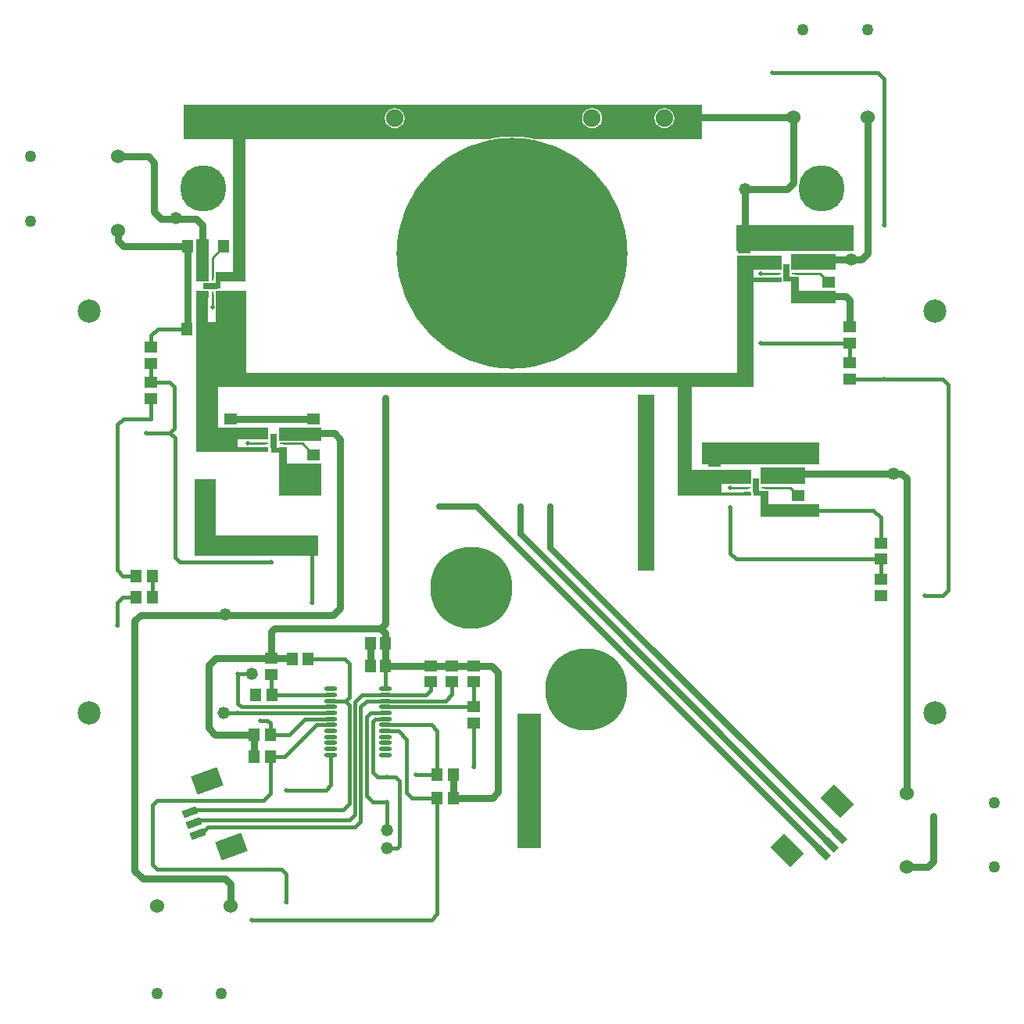
<source format=gtl>
G04*
G04 #@! TF.GenerationSoftware,Altium Limited,Altium Designer,18.1.9 (240)*
G04*
G04 Layer_Physical_Order=1*
G04 Layer_Color=255*
%FSLAX25Y25*%
%MOIN*%
G70*
G01*
G75*
%ADD17O,0.05512X0.01772*%
%ADD18R,0.04528X0.05315*%
%ADD19R,0.05315X0.04528*%
%ADD20R,0.05118X0.05512*%
%ADD21R,0.05512X0.05118*%
%ADD22C,0.05200*%
%ADD23R,0.00984X0.03150*%
%ADD24R,0.06299X0.02717*%
%ADD25R,0.02717X0.06299*%
%ADD26R,0.03150X0.00984*%
G04:AMPARAMS|DCode=27|XSize=82.68mil|YSize=118.11mil|CornerRadius=0mil|HoleSize=0mil|Usage=FLASHONLY|Rotation=110.000|XOffset=0mil|YOffset=0mil|HoleType=Round|Shape=Rectangle|*
%AMROTATEDRECTD27*
4,1,4,0.06963,-0.01865,-0.04135,-0.05904,-0.06963,0.01865,0.04135,0.05904,0.06963,-0.01865,0.0*
%
%ADD27ROTATEDRECTD27*%

G04:AMPARAMS|DCode=28|XSize=31.5mil|YSize=62.99mil|CornerRadius=0mil|HoleSize=0mil|Usage=FLASHONLY|Rotation=110.000|XOffset=0mil|YOffset=0mil|HoleType=Round|Shape=Rectangle|*
%AMROTATEDRECTD28*
4,1,4,0.03498,-0.00403,-0.02421,-0.02557,-0.03498,0.00403,0.02421,0.02557,0.03498,-0.00403,0.0*
%
%ADD28ROTATEDRECTD28*%

G04:AMPARAMS|DCode=29|XSize=82.68mil|YSize=118.11mil|CornerRadius=0mil|HoleSize=0mil|Usage=FLASHONLY|Rotation=225.000|XOffset=0mil|YOffset=0mil|HoleType=Round|Shape=Rectangle|*
%AMROTATEDRECTD29*
4,1,4,-0.01253,0.07099,0.07099,-0.01253,0.01253,-0.07099,-0.07099,0.01253,-0.01253,0.07099,0.0*
%
%ADD29ROTATEDRECTD29*%

G04:AMPARAMS|DCode=30|XSize=31.5mil|YSize=62.99mil|CornerRadius=0mil|HoleSize=0mil|Usage=FLASHONLY|Rotation=225.000|XOffset=0mil|YOffset=0mil|HoleType=Round|Shape=Rectangle|*
%AMROTATEDRECTD30*
4,1,4,-0.01114,0.03341,0.03341,-0.01114,0.01114,-0.03341,-0.03341,0.01114,-0.01114,0.03341,0.0*
%
%ADD30ROTATEDRECTD30*%

%ADD36C,0.06000*%
%ADD52C,0.03000*%
%ADD53C,0.01500*%
%ADD54C,0.02500*%
%ADD55C,0.00900*%
%ADD56C,0.35000*%
%ADD57C,0.19685*%
%ADD58C,0.98425*%
%ADD59C,0.05000*%
%ADD60C,0.09843*%
%ADD61C,0.07500*%
%ADD62C,0.02000*%
G36*
X242500Y374437D02*
X170769D01*
X170058Y374594D01*
X165754Y375161D01*
X161417Y375350D01*
X157080Y375161D01*
X152777Y374594D01*
X152066Y374437D01*
X47835D01*
X47835Y313705D01*
X37063D01*
Y310500D01*
X35063D01*
Y313705D01*
Y317705D01*
X42335D01*
X42335Y374437D01*
X21473D01*
Y388937D01*
X242500D01*
Y374437D01*
D02*
G37*
G36*
X306865Y326500D02*
X257063D01*
Y337500D01*
X306865D01*
Y326500D01*
D02*
G37*
G36*
X299335Y318461D02*
X280334D01*
X280335Y325205D01*
X299335D01*
X299335Y318461D01*
D02*
G37*
G36*
X276335Y324705D02*
X276335Y318461D01*
X267403D01*
X267335Y318474D01*
X267266Y318461D01*
X264473Y318461D01*
Y315205D01*
X276335Y315205D01*
Y313205D01*
X264473D01*
Y268500D01*
X237972D01*
Y233205D01*
X263335D01*
Y227205D01*
X254482Y227205D01*
X254335Y227234D01*
X254187Y227205D01*
X231973Y227205D01*
X250835Y227205D01*
X250834Y223768D01*
X263334Y223768D01*
X263335Y222205D01*
X231973Y222205D01*
Y223768D01*
X231973D01*
X231973Y227205D01*
X231973D01*
Y233205D01*
Y268500D01*
X35989D01*
X36021Y251187D01*
X57472Y251187D01*
X57472Y246437D01*
X26835Y246437D01*
X44473D01*
Y242937D01*
X57472D01*
Y240937D01*
X26835D01*
Y242937D01*
Y243098D01*
Y246437D01*
X26834Y250784D01*
D01*
Y251048D01*
Y251187D01*
D01*
X26835Y268937D01*
Y309705D01*
X31835D01*
Y296205D01*
X35063Y296205D01*
Y302636D01*
X35076Y302705D01*
X35063Y302773D01*
Y309705D01*
X47973D01*
Y274500D01*
X257338D01*
X257334Y313205D01*
X257335Y318461D01*
X257334D01*
X257335Y324705D01*
X276335Y324705D01*
D02*
G37*
G36*
X32110Y313705D02*
X26835D01*
Y331705D01*
X32110D01*
Y313705D01*
D02*
G37*
G36*
X283835Y309705D02*
X299335Y309705D01*
Y304205D01*
X280334Y304205D01*
Y309512D01*
X280334D01*
X280334Y313504D01*
X277130D01*
Y315504D01*
X280334D01*
Y315512D01*
X283835Y315512D01*
X283835Y309705D01*
D02*
G37*
G36*
X80063Y245772D02*
X62063D01*
Y251187D01*
X80063D01*
Y245772D01*
D02*
G37*
G36*
X292500Y235500D02*
X242500D01*
Y245000D01*
X292500D01*
Y235500D01*
D02*
G37*
G36*
X286334Y227205D02*
X267335D01*
X267335Y234205D01*
X286335D01*
X286334Y227205D01*
D02*
G37*
G36*
X65473Y235937D02*
X79972D01*
X79972Y222437D01*
X61972D01*
X61972Y240504D01*
X58563D01*
Y242504D01*
X61972D01*
Y242937D01*
X65473D01*
Y235937D01*
D02*
G37*
G36*
X270835Y218705D02*
X270834Y218705D01*
X292500Y218705D01*
Y213205D01*
X267335Y213205D01*
Y218705D01*
Y222205D01*
X264425D01*
Y224205D01*
X270835D01*
Y218705D01*
D02*
G37*
G36*
X35063Y205272D02*
X78563Y205272D01*
X78563Y196772D01*
X35063Y196772D01*
X26063D01*
X26063Y229272D01*
X35063D01*
X35063Y205272D01*
D02*
G37*
G36*
X222063Y265272D02*
X222063Y190272D01*
X215063Y190272D01*
X215063Y265272D01*
X222063Y265272D01*
D02*
G37*
G36*
X173563Y71875D02*
X163563D01*
Y129272D01*
X173563D01*
Y71875D01*
D02*
G37*
%LPC*%
G36*
X226335Y387491D02*
X225225Y387345D01*
X224191Y386917D01*
X223303Y386236D01*
X222622Y385348D01*
X222194Y384314D01*
X222048Y383205D01*
X222194Y382095D01*
X222622Y381061D01*
X223303Y380174D01*
X224191Y379492D01*
X225225Y379064D01*
X226335Y378918D01*
X227444Y379064D01*
X228478Y379492D01*
X229366Y380174D01*
X230047Y381061D01*
X230475Y382095D01*
X230621Y383205D01*
X230475Y384314D01*
X230047Y385348D01*
X229366Y386236D01*
X228478Y386917D01*
X227444Y387345D01*
X226335Y387491D01*
D02*
G37*
G36*
X195473D02*
X194363Y387345D01*
X193329Y386917D01*
X192441Y386236D01*
X191760Y385348D01*
X191332Y384314D01*
X191186Y383205D01*
X191332Y382095D01*
X191760Y381061D01*
X192441Y380174D01*
X193329Y379492D01*
X194363Y379064D01*
X195473Y378918D01*
X196582Y379064D01*
X197616Y379492D01*
X198504Y380174D01*
X199185Y381061D01*
X199613Y382095D01*
X199759Y383205D01*
X199613Y384314D01*
X199185Y385348D01*
X198504Y386236D01*
X197616Y386917D01*
X196582Y387345D01*
X195473Y387491D01*
D02*
G37*
G36*
X111335D02*
X110225Y387345D01*
X109191Y386917D01*
X108303Y386236D01*
X107622Y385348D01*
X107194Y384314D01*
X107048Y383205D01*
X107194Y382095D01*
X107622Y381061D01*
X108303Y380174D01*
X109191Y379492D01*
X110225Y379064D01*
X111335Y378918D01*
X112444Y379064D01*
X113478Y379492D01*
X114366Y380174D01*
X115047Y381061D01*
X115475Y382095D01*
X115621Y383205D01*
X115475Y384314D01*
X115047Y385348D01*
X114366Y386236D01*
X113478Y386917D01*
X112444Y387345D01*
X111335Y387491D01*
D02*
G37*
G36*
X260307Y322748D02*
X259936Y322674D01*
X259622Y322464D01*
X259412Y322150D01*
X259338Y321779D01*
Y319705D01*
X261276Y319705D01*
Y321779D01*
X261202Y322150D01*
X260992Y322464D01*
X260678Y322674D01*
X260307Y322748D01*
D02*
G37*
%LPD*%
D17*
X107337Y111679D02*
D03*
Y114238D02*
D03*
Y116797D02*
D03*
Y119356D02*
D03*
Y121915D02*
D03*
Y124475D02*
D03*
Y127034D02*
D03*
Y129593D02*
D03*
Y132152D02*
D03*
Y134711D02*
D03*
Y137270D02*
D03*
Y139829D02*
D03*
X84108Y111679D02*
D03*
Y114238D02*
D03*
Y116797D02*
D03*
Y119356D02*
D03*
Y121915D02*
D03*
Y124475D02*
D03*
Y127034D02*
D03*
Y129593D02*
D03*
Y132152D02*
D03*
Y134711D02*
D03*
Y137270D02*
D03*
Y139829D02*
D03*
D18*
X51417Y120429D02*
D03*
X58307D02*
D03*
X58252Y110929D02*
D03*
X51362D02*
D03*
X136374Y103429D02*
D03*
X129484D02*
D03*
Y93429D02*
D03*
X136374D02*
D03*
X67555Y152504D02*
D03*
X74445D02*
D03*
X52028Y137437D02*
D03*
X58917D02*
D03*
X7945Y188000D02*
D03*
X1055D02*
D03*
X7945Y179000D02*
D03*
X1055D02*
D03*
D19*
X58683Y152809D02*
D03*
Y145919D02*
D03*
X135722Y142809D02*
D03*
Y149699D02*
D03*
X126722D02*
D03*
Y142809D02*
D03*
X145000Y125307D02*
D03*
Y132197D02*
D03*
X144955Y149701D02*
D03*
Y142811D02*
D03*
X305500Y278945D02*
D03*
Y272055D02*
D03*
Y287407D02*
D03*
Y294297D02*
D03*
X318685Y186500D02*
D03*
Y179610D02*
D03*
Y195110D02*
D03*
Y202000D02*
D03*
X7500Y270654D02*
D03*
Y263764D02*
D03*
Y278764D02*
D03*
Y285654D02*
D03*
D20*
X107372Y159254D02*
D03*
X101073D02*
D03*
Y149754D02*
D03*
X107372D02*
D03*
X29260Y328677D02*
D03*
X22961D02*
D03*
X38461D02*
D03*
X44760D02*
D03*
X29110Y293209D02*
D03*
X22811D02*
D03*
D21*
X296307Y329079D02*
D03*
Y322779D02*
D03*
Y307130D02*
D03*
Y313429D02*
D03*
X260307Y328079D02*
D03*
Y321779D02*
D03*
X283307Y231555D02*
D03*
Y237854D02*
D03*
Y222354D02*
D03*
Y216055D02*
D03*
X247585Y230555D02*
D03*
Y236854D02*
D03*
X76807Y254921D02*
D03*
Y248622D02*
D03*
X76807Y233279D02*
D03*
Y239579D02*
D03*
X41339Y255079D02*
D03*
Y248780D02*
D03*
D22*
X260678Y353000D02*
D03*
X324000Y231500D02*
D03*
X108063Y72000D02*
D03*
X108063Y79500D02*
D03*
X38500Y129724D02*
D03*
X50472Y146437D02*
D03*
X66000Y271500D02*
D03*
X306000Y323000D02*
D03*
X39000Y171500D02*
D03*
X18000Y340500D02*
D03*
D23*
X29610Y307957D02*
D03*
X31579D02*
D03*
X33547D02*
D03*
X35516D02*
D03*
X29610Y315398D02*
D03*
X31579D02*
D03*
X33547D02*
D03*
X35516D02*
D03*
D24*
X32563Y311677D02*
D03*
D25*
X278307Y317929D02*
D03*
X265307Y226720D02*
D03*
X59807Y245476D02*
D03*
D26*
X282028Y314976D02*
D03*
Y316945D02*
D03*
Y318913D02*
D03*
Y320882D02*
D03*
X274587Y314976D02*
D03*
Y316945D02*
D03*
Y318913D02*
D03*
Y320882D02*
D03*
X261587Y229673D02*
D03*
Y227705D02*
D03*
Y225736D02*
D03*
Y223768D02*
D03*
X269027Y229673D02*
D03*
Y227705D02*
D03*
Y225736D02*
D03*
Y223768D02*
D03*
X63528Y242524D02*
D03*
Y244492D02*
D03*
Y246461D02*
D03*
Y248429D02*
D03*
X56087Y242524D02*
D03*
Y244492D02*
D03*
Y246461D02*
D03*
Y248429D02*
D03*
D27*
X31346Y100676D02*
D03*
X41580Y72559D02*
D03*
D28*
X27417Y78088D02*
D03*
X25734Y82713D02*
D03*
X24051Y87337D02*
D03*
D29*
X278802Y70840D02*
D03*
X299959Y91997D02*
D03*
D30*
X300934Y76825D02*
D03*
X297454Y73345D02*
D03*
X293974Y69865D02*
D03*
D36*
X329527Y63779D02*
D03*
Y95276D02*
D03*
X281496Y383465D02*
D03*
X312992D02*
D03*
X-6693Y335433D02*
D03*
Y366929D02*
D03*
X9843Y47244D02*
D03*
X41339D02*
D03*
D52*
X260678Y335500D02*
Y353000D01*
X303563Y307437D02*
X305500Y305500D01*
X48240Y381705D02*
X101335D01*
X41339Y255079D02*
X76807D01*
X-4496Y328677D02*
X22961D01*
X281496Y355661D02*
Y383465D01*
X278835Y353000D02*
X281496Y355661D01*
X262000Y353000D02*
X278835D01*
X11780Y340220D02*
X26780D01*
X29260Y328677D02*
Y337740D01*
X26780Y340220D02*
X29260Y337740D01*
X8780Y343220D02*
Y364402D01*
Y343220D02*
X11780Y340220D01*
X34760Y120374D02*
X51362D01*
X32000Y123134D02*
X34760Y120374D01*
X32000Y123134D02*
Y149953D01*
X34856Y152809D02*
X58683D01*
X32000Y149953D02*
X34856Y152809D01*
X305500Y294297D02*
Y305500D01*
X296614Y307437D02*
X303563D01*
X76807Y248780D02*
X85630D01*
X41339Y47244D02*
Y56678D01*
X107500Y167500D02*
Y263809D01*
X105500Y165500D02*
X107500Y167500D01*
X107372Y159254D02*
Y163628D01*
X105500Y165500D02*
X107372Y163628D01*
X59870Y165500D02*
X105500D01*
X58683Y164313D02*
X59870Y165500D01*
X87972Y174279D02*
Y246437D01*
X85130Y171437D02*
X87972Y174279D01*
X107372Y149754D02*
Y159254D01*
X155473Y95776D02*
Y146937D01*
X153126Y93429D02*
X155473Y95776D01*
X136374Y93429D02*
X153126D01*
X3972Y58937D02*
X39080D01*
X472Y62437D02*
X3972Y58937D01*
X472Y62437D02*
Y168937D01*
X39080Y58937D02*
X41339Y56678D01*
X472Y168937D02*
X2973Y171437D01*
X85130Y171437D01*
X85630Y248780D02*
X87972Y246437D01*
X58683Y152809D02*
Y164313D01*
X51362Y110929D02*
Y120374D01*
X152709Y149701D02*
X155473Y146937D01*
X144955Y149701D02*
X152709D01*
X135722Y149699D02*
X144953D01*
X232973Y271437D02*
X257338D01*
X47973D02*
X232973D01*
X260307Y274406D02*
Y317232D01*
X257338Y271437D02*
X260307Y274406D01*
X45472Y273937D02*
X47973Y271437D01*
X45472Y273937D02*
Y307957D01*
X136374Y93429D02*
Y103429D01*
X296307Y307130D02*
X296614Y307437D01*
X283307Y237854D02*
X290835D01*
X303850Y330315D02*
X305280Y331744D01*
X302421Y328886D02*
X303850Y330315D01*
X296500Y328886D02*
X302421D01*
X44760Y328677D02*
Y378224D01*
X48240Y381705D01*
X36972Y307957D02*
X45472D01*
X296307Y329079D02*
X296500Y328886D01*
X261307Y329079D02*
X296307D01*
X312992Y325457D02*
Y383465D01*
X310315Y322779D02*
X312992Y325457D01*
X296307Y322779D02*
X310315D01*
X232360Y383465D02*
X281496D01*
X6252Y366929D02*
X8780Y364402D01*
X-6693Y366929D02*
X6252D01*
X-6693Y330874D02*
Y335433D01*
Y330874D02*
X-4496Y328677D01*
X22961Y293358D02*
Y328677D01*
X341134Y66205D02*
Y85504D01*
X338709Y63779D02*
X341134Y66205D01*
X329527Y63779D02*
X338709D01*
X329527Y95276D02*
Y229480D01*
X327453Y231555D02*
X329527Y229480D01*
X283307Y231555D02*
X327453D01*
X283307Y216055D02*
X290685D01*
X248585Y237854D02*
X283307D01*
X107427Y149699D02*
X126722D01*
X135722D01*
X101073Y149754D02*
Y159254D01*
X58683Y152809D02*
X67250D01*
D53*
X44473Y129593D02*
X84108D01*
X38500D02*
X44473D01*
Y146437D02*
X50472D01*
X113500Y73000D02*
Y100500D01*
X111563Y102437D02*
X113500Y100500D01*
X107973Y102437D02*
X111563D01*
X112500Y72000D02*
X113500Y73000D01*
X108063Y72000D02*
X112500D01*
X118571Y93429D02*
X129484D01*
X116500Y95500D02*
X118571Y93429D01*
X116500Y95500D02*
Y118374D01*
X112972Y121902D02*
X116500Y118374D01*
X108063Y79500D02*
Y91772D01*
X17563Y195937D02*
Y246811D01*
Y195937D02*
X19563Y193937D01*
X58563D01*
X15437Y248937D02*
X17563Y246811D01*
X5472Y248937D02*
X15346D01*
X-4500Y179000D02*
X1055D01*
X-7000Y176500D02*
X-4500Y179000D01*
X-7000Y167055D02*
Y176500D01*
X-4500Y188000D02*
X1055D01*
X-7000Y190500D02*
X-4500Y188000D01*
X-7000Y190500D02*
Y252500D01*
X7945Y179000D02*
Y188000D01*
X7500Y270654D02*
Y278764D01*
Y285654D02*
Y290500D01*
X10209Y293209D01*
X22811D01*
X17500Y251000D02*
Y268500D01*
X15437Y248937D02*
X17500Y251000D01*
X15346Y270654D02*
X17500Y268500D01*
X7500Y270654D02*
X15346D01*
X7500Y255079D02*
Y263764D01*
X7500Y255079D02*
X7500Y255079D01*
X337500Y179610D02*
X345000D01*
X347445Y182055D01*
Y269500D01*
X344945Y272000D02*
X347445Y269500D01*
X320000Y272000D02*
X344945D01*
X318685Y186500D02*
Y195110D01*
X256890D02*
X318685D01*
X254335Y197665D02*
X256890Y195110D01*
X254335Y197665D02*
Y217437D01*
X290685Y216055D02*
X315445D01*
X318685Y212815D01*
Y202000D02*
Y212815D01*
X267358Y287407D02*
X305500D01*
Y272055D02*
X305555Y272000D01*
X320000D01*
Y337500D02*
Y400000D01*
X317500Y402500D02*
X320000Y400000D01*
X272500Y402500D02*
X317500D01*
X305500Y278945D02*
Y287407D01*
X-4421Y255079D02*
X7500D01*
X-7000Y252500D02*
X-4421Y255079D01*
X24521Y81500D02*
X25734Y82713D01*
X54063Y126437D02*
X57063D01*
X58307Y120429D02*
Y125193D01*
X57063Y126437D02*
X58307Y125193D01*
X84108Y98817D02*
Y111679D01*
X82063Y96772D02*
X84108Y98817D01*
X65063Y96772D02*
X82063D01*
X168563Y76772D02*
Y124272D01*
X218563Y191772D02*
Y261772D01*
X76027Y176772D02*
Y197933D01*
X73577Y200382D02*
X76027Y197933D01*
X52028Y200382D02*
X73577D01*
X30419Y224937D02*
Y227461D01*
Y222437D02*
Y224937D01*
Y219937D02*
Y222437D01*
Y217437D02*
Y219937D01*
Y203096D02*
Y217437D01*
X102063Y91772D02*
X108063D01*
X99472Y94362D02*
X102063Y91772D01*
X99472Y94362D02*
Y127937D01*
X101128Y129593D01*
X33134Y200382D02*
X52028D01*
X30419Y203096D02*
X33134Y200382D01*
X145000Y106484D02*
Y125307D01*
X58252Y95216D02*
Y110929D01*
X55472Y92437D02*
X58252Y95216D01*
X64465Y110929D02*
X78010Y124475D01*
X84108D01*
X120480Y103429D02*
X129484D01*
X107337Y121915D02*
X112972D01*
Y121902D02*
Y121915D01*
X46045Y132152D02*
X84108D01*
X44473Y133724D02*
X46045Y132152D01*
X44473Y133724D02*
Y146437D01*
X107337Y149719D02*
X107372Y149754D01*
X107337Y139829D02*
Y149719D01*
X9973Y92437D02*
X55472D01*
X7972Y90437D02*
X9973Y92437D01*
X7972Y64937D02*
Y90437D01*
X9973Y62937D02*
X62965D01*
X7972Y64937D02*
X9973Y62937D01*
X64973Y48937D02*
Y60929D01*
X62965Y62937D02*
X64973Y60929D01*
X94472Y86437D02*
Y134437D01*
X91973Y83937D02*
X94472Y86437D01*
X28610Y83937D02*
X91973D01*
X96825Y83289D02*
Y132289D01*
X94472Y80937D02*
X96825Y83289D01*
X31610Y80937D02*
X94472D01*
X27386Y82713D02*
X28610Y83937D01*
X103965Y102437D02*
X107973D01*
X101972Y104429D02*
X103965Y102437D01*
X101972Y104429D02*
Y125937D01*
X103069Y127034D01*
X107337D01*
X101128Y129593D02*
X107337D01*
X97305Y137270D02*
X107337D01*
X94472Y134437D02*
X97305Y137270D01*
X99246Y134711D02*
X107337D01*
X96825Y132289D02*
X99246Y134711D01*
X129484Y43949D02*
Y93429D01*
X126972Y41437D02*
X129484Y43949D01*
X50472Y41437D02*
X126972D01*
X28762Y78088D02*
X31610Y80937D01*
X27417Y78088D02*
X28762D01*
X91973Y90937D02*
Y133004D01*
X89473Y88437D02*
X91973Y90937D01*
X25150Y88437D02*
X89473D01*
X25734Y82713D02*
X27386D01*
X90266Y134711D02*
X91973Y136417D01*
X84108Y134711D02*
X90266D01*
X91973Y136417D02*
Y150531D01*
X90266Y134711D02*
X91973Y133004D01*
X90000Y152504D02*
X91973Y150531D01*
X24051Y87337D02*
X25150Y88437D01*
X58890Y137270D02*
X84108D01*
X58683Y137476D02*
X58890Y137270D01*
X58683Y137476D02*
Y145919D01*
X144953Y149699D02*
X144955Y149701D01*
X234854Y230555D02*
X247585D01*
X232973Y232437D02*
X234854Y230555D01*
X232973Y232437D02*
Y271437D01*
X73069Y127034D02*
X84108D01*
X66465Y120429D02*
X73069Y127034D01*
X58307Y120429D02*
X66465D01*
X58252Y110929D02*
X64465D01*
X129484Y103429D02*
Y121925D01*
X126935Y124475D02*
X129484Y121925D01*
X107337Y124475D02*
X126935D01*
X22811Y293209D02*
X22961Y293358D01*
X247585Y236854D02*
X248585Y237854D01*
X107337Y137270D02*
X124766D01*
X126722Y139226D01*
Y142809D01*
X107337Y134711D02*
X132929D01*
X135722Y137504D01*
Y142809D01*
X107372Y149754D02*
X107427Y149699D01*
X145000Y133504D02*
Y140559D01*
X67250Y152809D02*
X67555Y152504D01*
X74445D02*
X90000D01*
X24051Y87337D02*
X25833D01*
X107337Y132152D02*
X144955D01*
X145000Y132197D01*
X260307Y328079D02*
X261307Y329079D01*
D54*
X130500Y217500D02*
X146339D01*
X177835Y199924D02*
Y217500D01*
X165000Y205799D02*
Y217500D01*
X177835Y199924D02*
X300934Y76825D01*
X146339Y217500D02*
X293974Y69865D01*
X165000Y205799D02*
X297454Y73345D01*
D55*
X48528Y244492D02*
X56087D01*
X33547Y315398D02*
Y323764D01*
Y302705D02*
Y307957D01*
X71894Y244492D02*
X76807Y239579D01*
X63528Y244492D02*
X71894D01*
X33547Y323764D02*
X38461Y328677D01*
X254366Y225736D02*
X261587D01*
X254335Y225705D02*
X254366Y225736D01*
X267335Y316945D02*
X274587D01*
X269027Y225736D02*
X279925D01*
X283307Y222354D01*
X260307Y317232D02*
Y321779D01*
Y317232D02*
X262563Y314976D01*
X283925Y322779D02*
X296307D01*
X282028Y320882D02*
X283925Y322779D01*
X282028Y316945D02*
X292791D01*
X296307Y313429D01*
X282028Y309012D02*
Y314976D01*
Y309012D02*
X283909Y307130D01*
X296307D01*
X282028Y318913D02*
Y320882D01*
D56*
X144000Y183000D02*
D03*
X193000Y139500D02*
D03*
D57*
X293307Y353150D02*
D03*
X29528D02*
D03*
D58*
X161417Y325591D02*
D03*
D59*
X366929Y91339D02*
D03*
X312992Y420866D02*
D03*
X-44095Y366929D02*
D03*
X37402Y9843D02*
D03*
X9842D02*
D03*
X-44095Y339370D02*
D03*
X285433Y420866D02*
D03*
X366929Y63779D02*
D03*
D60*
X-18898Y129724D02*
D03*
X341732D02*
D03*
X-18898Y300984D02*
D03*
X341732D02*
D03*
D61*
X205472Y383205D02*
D03*
X195473D02*
D03*
X216335D02*
D03*
X226335D02*
D03*
X101335D02*
D03*
X111335D02*
D03*
D62*
X130500Y217500D02*
D03*
X177835D02*
D03*
X165000D02*
D03*
X12500Y328500D02*
D03*
X7945Y179000D02*
D03*
X318685Y179610D02*
D03*
X337500D02*
D03*
X254335Y217437D02*
D03*
X267358Y287407D02*
D03*
X320000Y272000D02*
D03*
Y337500D02*
D03*
X272500Y402500D02*
D03*
X-7000Y167055D02*
D03*
X7500Y255079D02*
D03*
X107500Y263809D02*
D03*
X64063Y225437D02*
D03*
X66563D02*
D03*
X69063D02*
D03*
X71563D02*
D03*
X74063D02*
D03*
X216335Y196272D02*
D03*
X218563D02*
D03*
X220948D02*
D03*
Y193937D02*
D03*
X218563Y193937D02*
D03*
X216335Y193937D02*
D03*
Y191772D02*
D03*
X220948D02*
D03*
X216335Y259272D02*
D03*
Y261772D02*
D03*
X218563Y259272D02*
D03*
X220948D02*
D03*
Y261772D02*
D03*
X54063Y126437D02*
D03*
X28063Y217437D02*
D03*
Y219937D02*
D03*
Y222437D02*
D03*
X32644Y224937D02*
D03*
X28063D02*
D03*
Y227461D02*
D03*
X32563Y217437D02*
D03*
X32644Y219937D02*
D03*
Y222437D02*
D03*
Y227461D02*
D03*
X168563Y76772D02*
D03*
Y124272D02*
D03*
X218563Y191772D02*
D03*
Y261772D02*
D03*
X76027Y176772D02*
D03*
X58563Y193937D02*
D03*
X65063Y96772D02*
D03*
X108063Y91772D02*
D03*
X101073Y159254D02*
D03*
X30419Y217437D02*
D03*
Y219937D02*
D03*
Y222437D02*
D03*
Y224937D02*
D03*
Y227461D02*
D03*
X52028Y200382D02*
D03*
Y137437D02*
D03*
X145000Y106484D02*
D03*
X5472Y248937D02*
D03*
X76473Y225437D02*
D03*
X41339Y255079D02*
D03*
X22973Y376937D02*
D03*
X247585Y236854D02*
D03*
X120480Y103429D02*
D03*
X44473Y146437D02*
D03*
X64973Y48937D02*
D03*
X107973Y102437D02*
D03*
X50472Y41437D02*
D03*
X48528Y244492D02*
D03*
X44473Y129593D02*
D03*
X303850Y307437D02*
D03*
X290835Y237854D02*
D03*
X303850Y330315D02*
D03*
X45472Y307957D02*
D03*
X33547Y302705D02*
D03*
X254335Y225705D02*
D03*
X267335Y316945D02*
D03*
X341134Y85504D02*
D03*
X290685Y216055D02*
D03*
M02*

</source>
